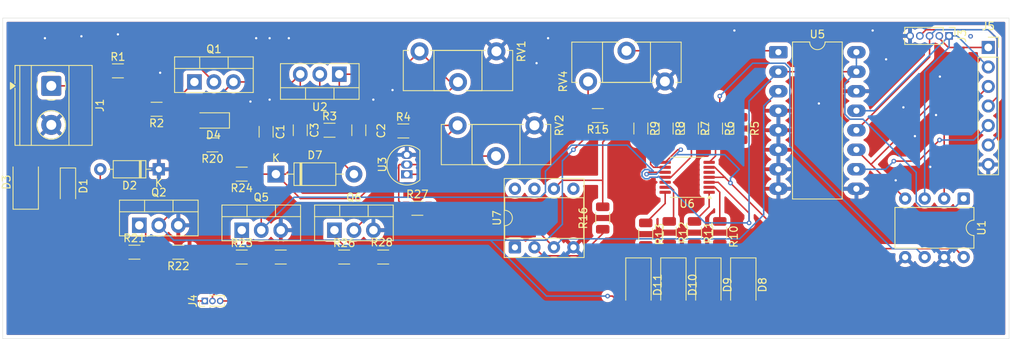
<source format=kicad_pcb>
(kicad_pcb (version 20241229) (generator "pcbnew") (generator_version "9.0")
  (layers (0 "F.Cu" signal) (2 "B.Cu" signal) (13 "F.Paste" user) (15 "B.Paste" user) (5 "F.SilkS" user "F.Silkscreen") (7 "B.SilkS" user "B.Silkscreen") (1 "F.Mask" user) (3 "B.Mask" user) (25 "Edge.Cuts" user))
  (net 0 "")
  (net 1 "+12V")
  (net 2 "GND")
  (net 3 "/Vref-")
  (net 4 "+5V")
  (net 5 "Net-(D1-A)")
  (net 6 "Net-(D1-K)")
  (net 7 "Net-(D4-A)")
  (net 8 "+12V_c")
  (net 9 "Net-(D8-K)")
  (net 10 "Net-(D9-K)")
  (net 11 "Net-(D10-K)")
  (net 12 "Net-(D11-K)")
  (net 13 "Net-(J1-Pin_1)")
  (net 14 "SCK")
  (net 15 "SDO")
  (net 16 "CS1")
  (net 17 "MOSFET_2.5V")
  (net 18 "CS2")
  (net 19 "SDI")
  (net 20 "CS3")
  (net 21 "MOSFET_5V")
  (net 22 "MOSFET_12V")
  (net 23 "Net-(Q2-G)")
  (net 24 "+5V_c")
  (net 25 "Net-(Q5-G)")
  (net 26 "Net-(Q6-G)")
  (net 27 "+2.5_c")
  (net 28 "+2.5V")
  (net 29 "+2.5_F")
  (net 30 "Net-(U6A-+)")
  (net 31 "Net-(U6B-+)")
  (net 32 "Net-(U6C-+)")
  (net 33 "Net-(U6D-+)")
  (net 34 "Net-(R10-Pad1)")
  (net 35 "Net-(R11-Pad1)")
  (net 36 "Net-(R12-Pad1)")
  (net 37 "Net-(R13-Pad1)")
  (net 38 "Net-(R15-Pad2)")
  (net 39 "Net-(U7--)")
  (net 40 "Net-(U3-FB)")
  (net 41 "/3V")
  (net 42 "Vsel")
  (footprint "Package_TO_SOT_THT:TO-220-3_Vertical" (layer "F.Cu") (at 71.12 75.24)
    (property "Reference" "Q5")
    (property "Value" "IRF540N")
  )
  (footprint "Connector_PinHeader_1.00mm:PinHeader_1x03_P1.00mm_Vertical" (layer "F.Cu") (at 66.31 84.455 90)
    (property "Reference" "J4")
    (property "Value" "Conn_01x03")
  )
  (footprint "Resistor_SMD:R_1206_3216Metric" (layer "F.Cu") (at 133.35 75.565 -90)
    (property "Reference" "R10")
    (property "Value" "6.8k")
  )
  (footprint "Potentiometer_THT:Potentiometer_ACP_CA14-H4_Horizontal" (layer "F.Cu") (at 109.22 61.595 -90)
    (property "Reference" "RV2")
    (property "Value" "10k")
  )
  (footprint "Package_TO_SOT_THT:TO-92L_Inline" (layer "F.Cu") (at 92.605 67.97 90)
    (property "Reference" "U3")
    (property "Value" "LT1009xZ")
  )
  (footprint "Package_TO_SOT_THT:TO-220-3_Vertical" (layer "F.Cu") (at 83.82 54.935 180)
    (property "Reference" "U2")
    (property "Value" "LM317_TO-220")
  )
  (footprint "Diode_SMD:D_SMA" (layer "F.Cu") (at 122.76 82.3575 -90)
    (property "Reference" "D11")
    (property "Value" "LED")
  )
  (footprint "Resistor_SMD:R_1206_3216Metric" (layer "F.Cu") (at 130.06 75.565 -90)
    (property "Reference" "R11")
    (property "Value" "6.8k")
  )
  (footprint "TerminalBlock_Phoenix:TerminalBlock_Phoenix_MKDS-1,5-2-5.08_1x02_P5.08mm_Horizontal" (layer "F.Cu") (at 46.3275 56.455 -90)
    (property "Reference" "J1")
    (property "Value" "Conn_01x02_Pin")
  )
  (footprint "Connector_PinSocket_2.54mm:PinSocket_1x07_P2.54mm_Vertical" (layer "F.Cu") (at 168.3 51.455)
    (property "Reference" "J5")
    (property "Value" "Conn_01x07")
  )
  (footprint "Resistor_SMD:R_1206_3216Metric" (layer "F.Cu") (at 126.77 75.565 -90)
    (property "Reference" "R12")
    (property "Value" "6.8k")
  )
  (footprint "Diode_SMD:D_SMA" (layer "F.Cu") (at 43 69 90)
    (property "Reference" "D3")
    (property "Value" "LED")
  )
  (footprint "Resistor_SMD:R_1206_3216Metric" (layer "F.Cu") (at 126.365 62.0075 -90)
    (property "Reference" "R8")
    (property "Value" "10k")
  )
  (footprint "Resistor_SMD:R_1206_3216Metric" (layer "F.Cu") (at 84.455 78.74)
    (property "Reference" "R26")
    (property "Value" "100")
  )
  (footprint "Diode_SMD:D_SMA" (layer "F.Cu") (at 136.41 82.3575 -90)
    (property "Reference" "D8")
    (property "Value" "LED")
  )
  (footprint "Package_TO_SOT_THT:TO-220-3_Vertical" (layer "F.Cu") (at 57.785 74.605)
    (property "Reference" "Q2")
    (property "Value" "IRF540N")
  )
  (footprint "Resistor_SMD:R_1206_3216Metric" (layer "F.Cu") (at 62.865 78.105 180)
    (property "Reference" "R22")
    (property "Value" "10k")
  )
  (footprint "Resistor_SMD:R_1206_3216Metric" (layer "F.Cu") (at 117.475 60.325 180)
    (property "Reference" "R15")
    (property "Value" "10k")
  )
  (footprint "Capacitor_SMD:C_1206_3216Metric" (layer "F.Cu") (at 86.36 62.23 -90)
    (property "Reference" "C2")
    (property "Value" "10uF")
  )
  (footprint "Resistor_SMD:R_1206_3216Metric" (layer "F.Cu") (at 123.71 75.7575 -90)
    (property "Reference" "R13")
    (property "Value" "6.8k")
  )
  (footprint "Resistor_SMD:R_1206_3216Metric" (layer "F.Cu") (at 129.655 62.0075 -90)
    (property "Reference" "R7")
    (property "Value" "10k")
  )
  (footprint "Package_DIP:DIP-16_W10.16mm_LongPads" (layer "F.Cu") (at 140.975 52.07)
    (property "Reference" "U5")
    (property "Value" "MCP3008")
  )
  (footprint "Resistor_SMD:R_1206_3216Metric" (layer "F.Cu") (at 123.075 62.0075 -90)
    (property "Reference" "R9")
    (property "Value" "10k")
  )
  (footprint "Resistor_SMD:R_1206_3216Metric" (layer "F.Cu") (at 132.7975 62.0075 -90)
    (property "Reference" "R6")
    (property "Value" "10k")
  )
  (footprint "Connector_PinHeader_1.27mm:PinHeader_1x05_P1.27mm_Vertical" (layer "F.Cu") (at 163.2 49.95 -90)
    (property "Reference" "J3")
    (property "Value" "Conn_01x05")
  )
  (footprint "Package_DIP:DIP-8_W7.62mm_Socket" (layer "F.Cu") (at 106.68 77.47 90)
    (property "Reference" "U7")
    (property "Value" "OP07")
  )
  (footprint "Diode_THT:D_DO-35_SOD27_P7.62mm_Horizontal" (layer "F.Cu") (at 60.325 67.31 180)
    (property "Reference" "D2")
    (property "Value" "1N4148W")
  )
  (footprint "Resistor_SMD:R_1206_3216Metric" (layer "F.Cu") (at 76.2 78.74 180)
    (property "Reference" "R25" (hide yes))
    (property "Value" "10k")
  )
  (footprint "Package_TO_SOT_THT:TO-220-3_Vertical" (layer "F.Cu") (at 83.185 75.24)
    (property "Reference" "Q6")
    (property "Value" "IRF540N")
  )
  (footprint "Resistor_SMD:R_1206_3216Metric" (layer "F.Cu") (at 93.98 72.39)
    (property "Reference" "R27")
    (property "Value" "470")
  )
  (footprint "Diode_SMD:D_SOD-123" (layer "F.Cu") (at 48.5 69.5 -90)
    (property "Reference" "D1")
    (property "Value" "1N4148W")
  )
  (footprint "Package_SO:TSSOP-14_4.4x5mm_P0.65mm" (layer "F.Cu") (at 129.1025 68.3575 180)
    (property "Reference" "U6")
    (property "Value" "LM339")
  )
  (footprint "Resistor_SMD:R_1206_3216Metric" (layer "F.Cu") (at 55 54.5)
    (property "Reference" "R1")
    (property "Value" "2.2k")
  )
  (footprint "Resistor_SMD:R_1206_3216Metric" (layer "F.Cu") (at 82.55 62.23)
    (property "Reference" "R3")
    (property "Value" "240")
  )
  (footprint "Resistor_SMD:R_1206_3216Metric" (layer "F.Cu") (at 136.0875 62.0075 -90)
    (property "Reference" "R5")
    (property "Value" "10k")
  )
  (footprint "Potentiometer_THT:Potentiometer_ACP_CA14-H4_Horizontal" (layer "F.Cu") (at 116.205 55.88 90)
    (property "Reference" "RV4")
    (property "Value" "10k")
  )
  (footprint "Resistor_SMD:R_1206_3216Metric" (layer "F.Cu") (at 60.0375 59.5 180)
    (property "Reference" "R2")
    (property "Value" "22k")
  )
  (footprint "Capacitor_SMD:C_1206_3216Metric" (layer "F.Cu") (at 74.295 62.435 -90)
    (property "Reference" "C1")
    (property "Value" "0.1uF")
  )
  (footprint "Resistor_SMD:R_1206_3216Metric" (layer "F.Cu") (at 89.535 78.74 180)
    (property "Reference" "R28")
    (property "Value" "10k")
  )
  (footprint "Capacitor_SMD:C_1206_3216Metric" (layer "F.Cu") (at 78.74 62.23 -90)
    (property "Reference" "C3")
    (property "Value" "1uF")
  )
  (footprint "Resistor_SMD:R_1206_3216Metric" (layer "F.Cu") (at 92.155 62.325)
    (property "Reference" "R4")
    (property "Value" "3.6k")
  )
  (footprint "Package_DIP:DIP-8_W7.62mm" (layer "F.Cu") (at 165.1 71.125 -90)
    (property "Reference" "U1")
    (property "Value" "MCP4921-EP")
  )
  (footprint "Diode_THT:D_DO-41_SOD81_P10.16mm_Horizontal" (layer "F.Cu") (at 75.565 67.945)
    (property "Reference" "D7")
    (property "Value" "1N4002")
  )
  (footprint "Resistor_SMD:R_1206_3216Metric" (layer "F.Cu") (at 71.12 67.945 180)
    (property "Reference" "R24")
    (property "Value" "470")
  )
  (footprint "Diode_SMD:D_SMA" (layer "F.Cu") (at 131.86 82.3575 -90)
    (property "Reference" "D9")
    (property "Value" "LED")
  )
  (footprint "Resistor_SMD:R_1206_3216Metric" (layer "F.Cu") (at 57.15 78.105)
    (property "Reference" "R21")
    (property "Value" "100")
  )
  (footprint "Package_TO_SOT_THT:TO-220-3_Vertical" (layer "F.Cu") (at 64.96 55.945)
    (property "Reference" "Q1")
    (property "Value" "IRF9540N")
  )
  (footprint "Resistor_SMD:R_1206_3216Metric" (layer "F.Cu") (at 71.12 78.74)
    (property "Reference" "R23")
    (property "Value" "100")
  )
  (footprint "Diode_SMD:D_SOD-123F" (layer "F.Cu") (at 67.31 60.96 180)
    (property "Reference" "D4")
    (property "Value" "1N4741ATR")
  )
  (footprint "Diode_SMD:D_SMA" (layer "F.Cu") (at 127.31 82.3575 -90)
    (property "Reference" "D10")
    (property "Value" "LED")
  )
  (footprint "Resistor_SMD:R_1206_3216Metric" (layer "F.Cu") (at 67.31 64.135 180)
    (property "Reference" "R20")
    (property "Value" "470")
  )
  (footprint "Resistor_SMD:R_1206_3216Metric" (layer "F.Cu") (at 118.11 73.66 90)
    (property "Reference" "R16")
    (property "Value" "2.2k")
  )
  (footprint "Potentiometer_THT:Potentiometer_ACP_CA14-H4_Horizontal" (layer "F.Cu") (at 104.27 51.96 -90)
    (property "Reference" "RV1")
    (property "Value" "1k")
  )
  (gr_rect (start 40.005 47.625) (end 171.005 89.375) (stroke (width 0.05)) (fill no) (layer "Edge.Cuts"))
  (via (at 166 50) (size 0.6) (drill 0.3) (layers "F.Cu" "B.Cu") (net 0))
  (segment (start 78.74 57.15) (end 78.74 54.935) (width 0.2) (layer "F.Cu") (net 1))
  (segment (start 68.71 61.09) (end 68.7725 61.1525) (width 0.2) (layer "F.Cu") (net 1))
  (segment (start 77.73 55.945) (end 78.74 54.935) (width 0.2) (layer "F.Cu") (net 1))
  (segment (start 68.7725 61.1525) (end 68.7725 64.135) (width 0.2) (layer "F.Cu") (net 1))
  (segment (start 68.71 57.275) (end 70.04 55.945) (width 0.2) (layer "F.Cu") (net 1))
  (segment (start 68.71 60.96) (end 68.71 57.275) (width 0.2) (layer "F.Cu") (net 1))
  (segment (start 68.71 60.96) (end 74.93 60.96) (width 0.2) (layer "F.Cu") (net 1))
  (segment (start 70.04 55.945) (end 77.73 55.945) (width 0.2) (layer "F.Cu") (net 1))
  (segment (start 68.71 60.96) (end 68.71 61.09) (width 0.2) (layer "F.Cu") (net 1))
  (segment (start 74.93 60.96) (end 78.74 57.15) (width 0.2) (layer "F.Cu") (net 1))
  (segment (start 156.25 60) (end 156.5 60) (width 0.2) (layer "F.Cu") (net 2))
  (segment (start 158 64) (end 158 63.75) (width 0.2) (layer "F.Cu") (net 2))
  (segment (start 156.5 60) (end 157.25 59.25) (width 0.2) (layer "F.Cu") (net 2))
  (segment (start 158.75 63) (end 158 63.75) (width 0.2) (layer "F.Cu") (net 2))
  (via (at 155 53) (size 0.6) (drill 0.3) (layers "F.Cu" "B.Cu") (net 2))
  (via (at 74.75 58.25) (size 0.6) (drill 0.3) (layers "F.Cu" "B.Cu") (net 2))
  (via (at 162 55.25) (size 0.6) (drill 0.3) (layers "F.Cu" "B.Cu") (net 2))
  (via (at 74.75 50.25) (size 0.6) (drill 0.3) (layers "F.Cu" "B.Cu") (net 2))
  (via (at 135.25 49.25) (size 0.6) (drill 0.3) (layers "F.Cu" "B.Cu") (net 2))
  (via (at 88.25 58.25) (size 0.6) (drill 0.3) (layers "F.Cu" "B.Cu") (net 2))
  (via (at 157.25 59.25) (size 0.6) (drill 0.3) (layers "F.Cu" "B.Cu") (net 2))
  (via (at 158.75 63) (size 0.6) (drill 0.3) (layers "F.Cu" "B.Cu") (net 2))
  (via (at 73 50.25) (size 0.6) (drill 0.3) (layers "F.Cu" "B.Cu") (net 2))
  (via (at 146.25 58.75) (size 0.6) (drill 0.3) (layers "F.Cu" "B.Cu") (net 2))
  (via (at 60.5 54.75) (size 0.6) (drill 0.3) (layers "F.Cu" "B.Cu") (net 2))
  (via (at 153.25 49.25) (size 0.6) (drill 0.3) (layers "F.Cu" "B.Cu") (net 2))
  (via (at 90.75 57) (size 0.6) (drill 0.3) (layers "F.Cu" "B.Cu") (net 2))
  (via (at 72.25 58.5) (size 0.6) (drill 0.3) (layers "F.Cu" "B.Cu") (net 2))
  (via (at 109.5 53.5) (size 0.6) (drill 0.3) (layers "F.Cu" "B.Cu") (net 2))
  (via (at 50.25 50) (size 0.6) (drill 0.3) (layers "F.Cu" "B.Cu") (net 2))
  (via (at 45.5 50.25) (size 0.6) (drill 0.3) (layers "F.Cu" "B.Cu") (net 2))
  (via (at 160.75 67) (size 0.6) (drill 0.3) (layers "F.Cu" "B.Cu") (net 2))
  (via (at 55 49.75) (size 0.6) (drill 0.3) (layers "F.Cu" "B.Cu") (net 2))
  (via (at 77.25 50.25) (size 0.6) (drill 0.3) (layers "F.Cu" "B.Cu") (net 2))
  (via (at 111 50.25) (size 0.6) (drill 0.3) (layers "F.Cu" "B.Cu") (net 2))
  (via (at 161.5 60.25) (size 0.6) (drill 0.3) (layers "F.Cu" "B.Cu") (net 2))
  (via (at 156.25 68.75) (size 0.6) (drill 0.3) (layers "F.Cu" "B.Cu") (net 2))
  (segment (start 84.0125 66.2325) (end 84.0125 62.23) (width 0.2) (layer "F.Cu") (net 3))
  (segment (start 91.295 54.935) (end 83.82 54.935) (width 0.2) (layer "F.Cu") (net 3))
  (segment (start 94.27 51.96) (end 91.295 54.935) (width 0.2) (layer "F.Cu") (net 3))
  (segment (start 92.915 60.755) (end 93.835 59.835) (width 0.2) (layer "F.Cu") (net 3))
  (segment (start 95.395 59.835) (end 99.27 55.96) (width 0.2) (layer "F.Cu") (net 3))
  (segment (start 85.725 67.945) (end 84.0125 66.2325) (width 0.2) (layer "F.Cu") (net 3))
  (segment (start 98.27 55.96) (end 99.27 55.96) (width 0.2) (layer "F.Cu") (net 3))
  (segment (start 93.835 59.835) (end 95.395 59.835) (width 0.2) (layer "F.Cu") (net 3))
  (segment (start 86.36 60.755) (end 84.885 62.23) (width 0.2) (layer "F.Cu") (net 3))
  (segment (start 86.36 60.755) (end 83.82 58.215) (width 0.2) (layer "F.Cu") (net 3))
  (segment (start 86.36 60.755) (end 92.915 60.755) (width 0.2) (layer "F.Cu") (net 3))
  (segment (start 83.82 58.215) (end 83.82 54.935) (width 0.2) (layer "F.Cu") (net 3))
  (segment (start 94.27 51.96) (end 98.27 55.96) (width 0.2) (layer "F.Cu") (net 3))
  (segment (start 84.885 62.23) (end 84.0125 62.23) (width 0.2) (layer "F.Cu") (net 3))
  (segment (start 78.74 71.12) (end 75.565 67.945) (width 0.2) (layer "F.Cu") (net 4))
  (segment (start 86.36 71.12) (end 78.74 71.12) (width 0.2) (layer "F.Cu") (net 4))
  (segment (start 81.28 58.215) (end 78.74 60.755) (width 0.2) (layer "F.Cu") (net 4))
  (segment (start 78.74 60.755) (end 79.6125 60.755) (width 0.2) (layer "F.Cu") (net 4))
  (segment (start 76.865 67.945) (end 81.0875 63.7225) (width 0.2) (layer "F.Cu") (net 4))
  (segment (start 81.0875 63.7225) (end 81.0875 62.23) (width 0.2) (layer "F.Cu") (net 4))
  (segment (start 75.565 67.945) (end 76.865 67.945) (width 0.2) (layer "F.Cu") (net 4))
  (segment (start 79.6125 60.755) (end 81.0875 62.23) (width 0.2) (layer "F.Cu") (net 4))
  (segment (start 90.6925 62.325) (end 90.6925 66.7875) (width 0.2) (layer "F.Cu") (net 4))
  (segment (start 90.6925 66.7875) (end 86.36 71.12) (width 0.2) (layer "F.Cu") (net 4))
  (segment (start 75.565 67.945) (end 72.5825 67.945) (width 0.2) (layer "F.Cu") (net 4))
  (segment (start 81.28 54.935) (end 81.28 58.215) (width 0.2) (layer "F.Cu") (net 4))
  (segment (start 52.705 71.12) (end 52.705 67.31) (width 0.2) (layer "F.Cu") (net 5))
  (segment (start 52.675 71.15) (end 52.705 71.12) (width 0.2) (layer "F.Cu") (net 5))
  (segment (start 48.35 71) (end 48.5 71.15) (width 0.2) (layer "F.Cu") (net 5))
  (segment (start 43 71) (end 48.35 71) (width 0.2) (layer "F.Cu") (net 5))
  (segment (start 48.5 71.15) (end 52.675 71.15) (width 0.2) (layer "F.Cu") (net 5))
  (segment (start 48.5 64.53) (end 56.4625 56.5675) (width 0.2) (layer "F.Cu") (net 6))
  (segment (start 56.4625 56.5675) (end 56.4625 54.5) (width 0.2) (layer "F.Cu") (net 6))
  (segment (start 48.5 67.85) (end 48.5 64.53) (width 0.2) (layer "F.Cu") (net 6))
  (segment (start 65.91 60.96) (end 62.96 60.96) (width 0.2) (layer "F.Cu") (net 7))
  (segment (start 62.96 60.96) (end 61.5 59.5) (width 0.2) (layer "F.Cu") (net 7))
  (segment (start 61.5 59.5) (end 61.5 59.405) (width 0.2) (layer "F.Cu") (net 7))
  (segment (start 61.5 59.405) (end 64.96 55.945) (width 0.2) (layer "F.Cu") (net 7))
  (segment (start 118.745 60.325) (end 114.3 64.77) (width 0.2) (layer "F.Cu") (net 8))
  (segment (start 136.41 84.3575) (end 122.76 84.3575) (width 0.2) (layer "F.Cu") (net 8))
  (segment (start 118.745 83.82) (end 119.38 83.82) (width 0.2) (layer "F.Cu") (net 8))
  (segment (start 118.9375 60.325) (end 118.9375 61.25) (width 0.2) (layer "F.Cu") (net 8))
  (segment (start 119.9175 84.3575) (end 122.76 84.3575) (width 0.2) (layer "F.Cu") (net 8))
  (segment (start 65.8475 64.135) (end 65.8475 69.0825) (width 0.2) (layer "F.Cu") (net 8))
  (segment (start 60.325 74.855) (end 60.325 74.605) (width 0.2) (layer "F.Cu") (net 8))
  (segment (start 119.38 83.82) (end 119.9175 84.3575) (width 0.2) (layer "F.Cu") (net 8))
  (segment (start 118.9375 60.325) (end 118.745 60.325) (width 0.2) (layer "F.Cu") (net 8))
  (segment (start 65.8475 69.0825) (end 60.325 74.605) (width 0.2) (layer "F.Cu") (net 8))
  (via (at 118.745 83.82) (size 0.6) (drill 0.3) (layers "F.Cu" "B.Cu") (net 8))
  (via (at 114.3 64.77) (size 0.6) (drill 0.3) (layers "F.Cu" "B.Cu") (net 8))
  (segment (start 110.784 83.82) (end 118.745 83.82) (width 0.2) (layer "B.Cu") (net 8))
  (segment (start 103.505 76.541) (end 110.784 76.541) (width 0.2) (layer "B.Cu") (net 8))
  (segment (start 114.3 64.77) (end 112.861 66.209) (width 0.2) (layer "B.Cu") (net 8))
  (segment (start 112.861 66.209) (end 112.861 74.464) (width 0.2) (layer "B.Cu") (net 8))
  (segment (start 103.505 76.541) (end 110.784 83.82) (width 0.2) (layer "B.Cu") (net 8))
  (segment (start 60.325 74.605) (end 62.261 76.541) (width 0.2) (layer "B.Cu") (net 8))
  (segment (start 112.861 74.464) (end 110.784 76.541) (width 0.2) (layer "B.Cu") (net 8))
  (segment (start 62.261 76.541) (end 103.505 76.541) (width 0.2) (layer "B.Cu") (net 8))
  (segment (start 133.35 77.0275) (end 136.41 80.0875) (width 0.2) (layer "F.Cu") (net 9))
  (segment (start 136.41 80.0875) (end 136.41 80.3575) (width 0.2) (layer "F.Cu") (net 9))
  (segment (start 131.86 78.8275) (end 130.06 77.0275) (width 0.2) (layer "F.Cu") (net 10))
  (segment (start 131.86 80.3575) (end 131.86 78.8275) (width 0.2) (layer "F.Cu") (net 10))
  (segment (start 127.31 77.5675) (end 126.77 77.0275) (width 0.2) (layer "F.Cu") (net 11))
  (segment (start 127.31 80.3575) (end 127.31 77.5675) (width 0.2) (layer "F.Cu") (net 11))
  (segment (start 122.76 78.17) (end 122.76 80.3575) (width 0.2) (layer "F.Cu") (net 12))
  (segment (start 123.71 77.22) (end 122.76 78.17) (width 0.2) (layer "F.Cu") (net 12))
  (segment (start 53.5375 54.5) (end 51.5825 56.455) (width 0.2) (layer "F.Cu") (net 13))
  (segment (start 67.5 55.945) (end 64.879 53.324) (width 0.2) (layer "F.Cu") (net 13))
  (segment (start 64.879 53.324) (end 54.7135 53.324) (width 0.2) (layer "F.Cu") (net 13))
  (segment (start 51.5825 56.455) (end 46.3275 56.455) (width 0.2) (layer "F.Cu") (net 13))
  (segment (start 54.7135 53.324) (end 53.5375 54.5) (width 0.2) (layer "F.Cu") (net 13))
  (segment (start 163.2 49.95) (end 153.46 59.69) (width 0.2) (layer "B.Cu") (net 14))
  (segment (start 163.2 49.95) (end 164.255 49.95) (width 0.2) (layer "B.Cu") (net 14))
  (segment (start 163.2 51.43) (end 160.02 54.61) (width 0.2) (layer "B.Cu") (net 14))
  (segment (start 164.255 49.95) (end 168.3 53.995) (width 0.2) (layer "B.Cu") (net 14))
  (segment (start 153.46 59.69) (end 151.135 59.69) (width 0.2) (layer "B.Cu") (net 14))
  (segment (start 163.2 49.95) (end 163.2 51.43) (width 0.2) (layer "B.Cu") (net 14))
  (segment (start 160.02 54.61) (end 160.02 71.125) (width 0.2) (layer "B.Cu") (net 14))
  (segment (start 160.66 52.705) (end 160.66 49.95) (width 0.2) (layer "F.Cu") (net 15))
  (segment (start 151.135 62.23) (end 160.66 52.705) (width 0.2) (layer "F.Cu") (net 15))
  (segment (start 169.451 63.004) (end 168.3 64.155) (width 0.2) (layer "B.Cu") (net 15))
  (segment (start 160.66 49.95) (end 161.461 49.149) (width 0.2) (layer "B.Cu") (net 15))
  (segment (start 161.461 49.149) (end 168.296 49.149) (width 0.2) (layer "B.Cu") (net 15))
  (segment (start 168.296 49.149) (end 169.451 50.304) (width 0.2) (layer "B.Cu") (net 15))
  (segment (start 169.451 50.304) (end 169.451 63.004) (width 0.2) (layer "B.Cu") (net 15))
  (segment (start 162.56 71.125) (end 162.56 62.275) (width 0.2) (layer "F.Cu") (net 16))
  (segment (start 162.56 62.275) (end 168.3 56.535) (width 0.2) (layer "F.Cu") (net 16))
  (segment (start 77.2775 84.455) (end 82.9925 78.74) (width 0.2) (layer "F.Cu") (net 17))
  (segment (start 68.31 84.455) (end 77.2775 84.455) (width 0.2) (layer "F.Cu") (net 17))
  (segment (start 160.191 49.149) (end 159.39 49.95) (width 0.2) (layer "F.Cu") (net 18))
  (segment (start 168.3 59.075) (end 169.451 57.924) (width 0.2) (layer "F.Cu") (net 18))
  (segment (start 169.451 50.304) (end 168.296 49.149) (width 0.2) (layer "F.Cu") (net 18))
  (segment (start 168.296 49.149) (end 160.191 49.149) (width 0.2) (layer "F.Cu") (net 18))
  (segment (start 169.451 57.924) (end 169.451 50.304) (width 0.2) (layer "F.Cu") (net 18))
  (segment (start 151.135 64.78) (end 151.135 64.77) (width 0.2) (layer "F.Cu") (net 19))
  (segment (start 153.0325 66.6775) (end 151.135 64.78) (width 0.2) (layer "F.Cu") (net 19))
  (segment (start 163.103 51.455) (end 165.1 51.455) (width 0.2) (layer "F.Cu") (net 19))
  (segment (start 165.1 54.61) (end 153.0325 66.6775) (width 0.2) (layer "F.Cu") (net 19))
  (segment (start 157.48 71.125) (end 153.0325 66.6775) (width 0.2) (layer "F.Cu") (net 19))
  (segment (start 165.1 51.455) (end 168.3 51.455) (width 0.2) (layer "F.Cu") (net 19))
  (segment (start 161.93 49.95) (end 161.93 50.282) (width 0.2) (layer "F.Cu") (net 19))
  (segment (start 161.93 50.282) (end 163.103 51.455) (width 0.2) (layer "F.Cu") (net 19))
  (segment (start 165.1 51.455) (end 165.1 54.61) (width 0.2) (layer "F.Cu") (net 19))
  (segment (start 159.21 66.25) (end 156 66.25) (width 0.2) (layer "F.Cu") (net 20))
  (segment (start 161.96 63.5) (end 159.21 66.25) (width 0.2) (layer "F.Cu") (net 20))
  (via (at 161.96 63.5) (size 0.6) (drill 0.3) (layers "F.Cu" "B.Cu") (net 20))
  (via (at 156 66.25) (size 0.6) (drill 0.3) (layers "F.Cu" "B.Cu") (net 20))
  (segment (start 168.3 61.615) (end 166.415 63.5) (width 0.2) (layer "B.Cu") (net 20))
  (segment (start 156 66.25) (end 154.94 67.31) (width 0.2) (layer "B.Cu") (net 20))
  (segment (start 166.415 63.5) (end 161.96 63.5) (width 0.2) (layer "B.Cu") (net 20))
  (segment (start 154.94 67.31) (end 151.135 67.31) (width 0.2) (layer "B.Cu") (net 20))
  (segment (start 67.31 83.82) (end 69.6575 81.4725) (width 0.2) (layer "F.Cu") (net 21))
  (segment (start 69.6575 81.4725) (end 69.6575 78.74) (width 0.2) (layer "F.Cu") (net 21))
  (segment (start 67.31 84.455) (end 67.31 83.82) (width 0.2) (layer "F.Cu") (net 21))
  (segment (start 62.0375 84.455) (end 55.6875 78.105) (width 0.2) (layer "F.Cu") (net 22))
  (segment (start 66.31 84.455) (end 62.0375 84.455) (width 0.2) (layer "F.Cu") (net 22))
  (segment (start 58.6125 75.4325) (end 57.785 74.605) (width 0.2) (layer "F.Cu") (net 23))
  (segment (start 58.6125 78.105) (end 61.4025 78.105) (width 0.2) (layer "F.Cu") (net 23))
  (segment (start 58.6125 78.105) (end 58.6125 75.4325) (width 0.2) (layer "F.Cu") (net 23))
  (segment (start 73.66 71.9475) (end 69.6575 67.945) (width 0.2) (layer "F.Cu") (net 24))
  (segment (start 151.135 54.61) (end 140.975 54.61) (width 0.2) (layer "F.Cu") (net 24))
  (segment (start 133.1425 69.0075) (end 137.16 73.025) (width 0.2) (layer "F.Cu") (net 24))
  (segment (start 73.66 75.24) (end 73.66 71.9475) (width 0.2) (layer "F.Cu") (net 24))
  (segment (start 137.16 73.025) (end 137.16 74.295) (width 0.2) (layer "F.Cu") (net 24))
  (segment (start 131.965 69.0075) (end 133.1425 69.0075) (width 0.2) (layer "F.Cu") (net 24))
  (via (at 137.16 74.295) (size 0.6) (drill 0.3) (layers "F.Cu" "B.Cu") (net 24))
  (segment (start 150.278951 60.791) (end 149.634 60.146049) (width 0.2) (layer "B.Cu") (net 24))
  (segment (start 159.56395 72.226) (end 158.919 71.58105) (width 0.2) (layer "B.Cu") (net 24))
  (segment (start 123.576057 68.546) (end 123.224 68.193943) (width 0.2) (layer "B.Cu") (net 24))
  (segment (start 158.919 71.58105) (end 158.919 67.718951) (width 0.2) (layer "B.Cu") (net 24))
  (segment (start 125.37855 68.22855) (end 125.2611 68.346) (width 0.2) (layer "B.Cu") (net 24))
  (segment (start 110.659 67.561057) (end 110.659 70.30605) (width 0.2) (layer "B.Cu") (net 24))
  (segment (start 124.694 67.544) (end 121.319 64.169) (width 0.2) (layer "B.Cu") (net 24))
  (segment (start 149.634 56.111) (end 151.135 54.61) (width 0.2) (layer "B.Cu") (net 24))
  (segment (start 77.949 70.951) (end 73.66 75.24) (width 0.2) (layer "B.Cu") (net 24))
  (segment (start 124.273943 67.544) (end 124.6261 67.544) (width 0.2) (layer "B.Cu") (net 24))
  (segment (start 123.224 68.193943) (end 123.224 67.696057) (width 0.2) (layer "B.Cu") (net 24))
  (segment (start 121.319 64.169) (end 114.051057 64.169) (width 0.2) (layer "B.Cu") (net 24))
  (segment (start 124.273943 68.346) (end 124.073943 68.546) (width 0.2) (layer "B.Cu") (net 24))
  (segment (start 114.051057 64.169) (end 110.659 67.561057) (width 0.2) (layer "B.Cu") (net 24))
  (segment (start 158.919 67.718951) (end 151.991049 60.791) (width 0.2) (layer "B.Cu") (net 24))
  (segment (start 124.6261 67.544) (end 124.694 67.544) (width 0.2) (layer "B.Cu") (net 24))
  (segment (start 124.6261 68.346) (end 124.273943 68.346) (width 0.2) (layer "B.Cu") (net 24))
  (segment (start 163.999 72.226) (end 159.56395 72.226) (width 0.2) (layer "B.Cu") (net 24))
  (segment (start 123.576057 67.344) (end 124.073943 67.344) (width 0.2) (layer "B.Cu") (net 24))
  (segment (start 137.16 58.425) (end 140.975 54.61) (width 0.2) (layer "B.Cu") (net 24))
  (segment (start 110.659 70.30605) (end 110.01405 70.951) (width 0.2) (layer "B.Cu") (net 24))
  (segment (start 123.224 67.696057) (end 123.576057 67.344) (width 0.2) (layer "B.Cu") (net 24))
  (segment (start 125.2611 68.346) (end 124.9289 68.346) (width 0.2) (layer "B.Cu") (net 24))
  (segment (start 137.16 74.295) (end 137.16 58.425) (width 0.2) (layer "B.Cu") (net 24))
  (segment (start 149.634 60.146049) (end 149.634 56.111) (width 0.2) (layer "B.Cu") (net 24))
  (segment (start 124.073943 67.344) (end 124.273943 67.544) (width 0.2) (layer "B.Cu") (net 24))
  (segment (start 131.445 74.295) (end 125.37855 68.22855) (width 0.2) (layer "B.Cu") (net 24))
  (segment (start 137.16 74.295) (end 131.445 74.295) (width 0.2) (layer "B.Cu") (net 24))
  (segment (start 151.991049 60.791) (end 150.278951 60.791) (width 0.2) (layer "B.Cu") (net 24))
  (segment (start 151.135 52.07) (end 151.135 54.61) (width 0.2) (layer "B.Cu") (net 24))
  (segment (start 124.073943 68.546) (end 123.576057 68.546) (width 0.2) (layer "B.Cu") (net 24))
  (segment (start 124.9289 68.346) (end 124.6261 68.346) (width 0.2) (layer "B.Cu") (net 24))
  (segment (start 165.1 71.125) (end 163.999 72.226) (width 0.2) (layer "B.Cu") (net 24))
  (segment (start 110.01405 70.951) (end 77.949 70.951) (width 0.2) (layer "B.Cu") (net 24))
  (segment (start 71.12 77.2775) (end 72.5825 78.74) (width 0.2) (layer "F.Cu") (net 25))
  (segment (start 71.12 75.24) (end 71.12 77.2775) (width 0.2) (layer "F.Cu") (net 25))
  (segment (start 74.7375 78.74) (end 72.5825 78.74) (width 0.2) (layer "F.Cu") (net 25))
  (segment (start 83.185 76.0075) (end 83.185 75.24) (width 0.2) (layer "F.Cu") (net 26))
  (segment (start 85.9175 78.74) (end 88.0725 78.74) (width 0.2) (layer "F.Cu") (net 26))
  (segment (start 85.9175 78.74) (end 83.185 76.0075) (width 0.2) (layer "F.Cu") (net 26))
  (segment (start 82.9925 75.4325) (end 83.185 75.24) (width 0.2) (layer "F.Cu") (net 26))
  (segment (start 94.2665 73.566) (end 87.399 73.566) (width 0.2) (layer "F.Cu") (net 27))
  (segment (start 87.399 73.566) (end 85.725 75.24) (width 0.2) (layer "F.Cu") (net 27))
  (segment (start 106.68 72.39) (end 111.76 77.47) (width 0.2) (layer "F.Cu") (net 27))
  (segment (start 95.4425 72.39) (end 94.2665 73.566) (width 0.2) (layer "F.Cu") (net 27))
  (segment (start 95.4425 72.39) (end 106.68 72.39) (width 0.2) (layer "F.Cu") (net 27))
  (segment (start 140.975 57.15) (end 139.065 59.06) (width 0.2) (layer "B.Cu") (net 27))
  (segment (start 139.065 59.06) (end 139.065 73.239943) (width 0.2) (layer "B.Cu") (net 27))
  (segment (start 139.065 73.239943) (end 135.935943 76.369) (width 0.2) (layer "B.Cu") (net 27))
  (segment (start 112.861 76.369) (end 111.76 77.47) (width 0.2) (layer "B.Cu") (net 27))
  (segment (start 135.935943 76.369) (end 112.861 76.369) (width 0.2) (layer "B.Cu") (net 27))
  (segment (start 93.6175 62.325) (end 94.3475 61.595) (width 0.2) (layer "F.Cu") (net 28))
  (segment (start 91.554 66.801) (end 91.655 66.7) (width 0.2) (layer "F.Cu") (net 28))
  (segment (start 92.5175 72.39) (end 91.554 71.4265) (width 0.2) (layer "F.Cu") (net 28))
  (segment (start 94.3475 61.595) (end 99.22 61.595) (width 0.2) (layer "F.Cu") (net 28))
  (segment (start 94.115 66.7) (end 99.22 61.595) (width 0.2) (layer "F.Cu") (net 28))
  (segment (start 92.605 66.7) (end 94.115 66.7) (width 0.2) (layer "F.Cu") (net 28))
  (segment (start 91.655 66.7) (end 92.605 66.7) (width 0.2) (layer "F.Cu") (net 28))
  (segment (start 91.554 71.4265) (end 91.554 66.801) (width 0.2) (layer "F.Cu") (net 28))
  (segment (start 118.11 72.1975) (end 118.11 69.215) (width 0.2) (layer "F.Cu") (net 29))
  (segment (start 133.35 59.6815) (end 122.21484 59.6815) (width 0.2) (layer "F.Cu") (net 29))
  (segment (start 118.11 63.78634) (end 118.11 69.215) (width 0.2) (layer "F.Cu") (net 29))
  (segment (start 136.0875 60.545) (end 135.224 59.6815) (width 0.2) (layer "F.Cu") (net 29))
  (segment (start 122.21484 59.6815) (end 118.11 63.78634) (width 0.2) (layer "F.Cu") (net 29))
  (segment (start 135.224 59.6815) (end 133.35 59.6815) (width 0.2) (layer "F.Cu") (net 29))
  (segment (start 111.76 69.85) (end 112.861 68.749) (width 0.2) (layer "F.Cu") (net 29))
  (segment (start 133.35 57.785) (end 133.35 59.6815) (width 0.2) (layer "F.Cu") (net 29))
  (segment (start 118.11 69.215) (end 118.11 68.749) (width 0.2) (layer "F.Cu") (net 29))
  (segment (start 112.861 68.749) (end 118.11 68.749) (width 0.2) (layer "F.Cu") (net 29))
  (via (at 133.35 57.785) (size 0.6) (drill 0.3) (layers "F.Cu" "B.Cu") (net 29))
  (segment (start 158.919 77.644) (end 155.806049 77.644) (width 0.2) (layer "B.Cu") (net 29))
  (segment (start 142.476 54.153951) (end 141.831049 53.509) (width 0.2) (layer "B.Cu") (net 29))
  (segment (start 137.626 53.509) (end 133.35 57.785) (width 0.2) (layer "B.Cu") (net 29))
  (segment (start 160.02 78.745) (end 158.919 77.644) (width 0.2) (layer "B.Cu") (net 29))
  (segment (start 142.476 64.313951) (end 142.476 54.153951) (width 0.2) (layer "B.Cu") (net 29))
  (segment (start 141.831049 53.509) (end 137.626 53.509) (width 0.2) (layer "B.Cu") (net 29))
  (segment (start 155.806049 77.644) (end 142.476 64.313951) (width 0.2) (layer "B.Cu") (net 29))
  (segment (start 133.1625 60.545) (end 132.7975 60.545) (width 0.2) (layer "F.Cu") (net 30))
  (segment (start 136.0875 63.47) (end 133.1625 60.545) (width 0.2) (layer "F.Cu") (net 30))
  (segment (start 132.7975 63.47) (end 129.8725 60.545) (width 0.2) (layer "F.Cu") (net 31))
  (segment (start 132.7975 65.575) (end 132.7975 63.47) (width 0.2) (layer "F.Cu") (net 31))
  (segment (start 131.965 66.4075) (end 132.7975 65.575) (width 0.2) (layer "F.Cu") (net 31))
  (segment (start 129.8725 60.545) (end 129.655 60.545) (width 0.2) (layer "F.Cu") (net 31))
  (segment (start 129.655 65.679999) (end 126.977499 68.3575) (width 0.2) (layer "F.Cu") (net 32))
  (segment (start 126.977499 68.3575) (end 126.24 68.3575) (width 0.2) (layer "F.Cu") (net 32))
  (segment (start 129.655 63.47) (end 129.655 65.679999) (width 0.2) (layer "F.Cu") (net 32))
  (segment (start 129.655 63.47) (end 126.73 60.545) (width 0.2) (layer "F.Cu") (net 32))
  (segment (start 126.73 60.545) (end 126.365 60.545) (width 0.2) (layer "F.Cu") (net 32))
  (segment (start 126.365 63.47) (end 123.44 60.545) (width 0.2) (layer "F.Cu") (net 33))
  (segment (start 123.44 60.545) (end 123.075 60.545) (width 0.2) (layer "F.Cu") (net 33))
  (segment (start 124.345 66.675) (end 124.7275 67.0575) (width 0.2) (layer "F.Cu") (net 33))
  (segment (start 124.345 65.49) (end 124.345 66.675) (width 0.2) (layer "F.Cu") (net 33))
  (segment (start 126.365 63.47) (end 124.345 65.49) (width 0.2) (layer "F.Cu") (net 33))
  (segment (start 124.7275 67.0575) (end 126.24 67.0575) (width 0.2) (layer "F.Cu") (net 33))
  (segment (start 133.35 70.305001) (end 132.702499 69.6575) (width 0.2) (layer "F.Cu") (net 34))
  (segment (start 133.35 74.1025) (end 133.35 70.305001) (width 0.2) (layer "F.Cu") (net 34))
  (segment (start 132.702499 69.6575) (end 131.965 69.6575) (width 0.2) (layer "F.Cu") (net 34))
  (segment (start 130.06 74.1025) (end 131.965 72.1975) (width 0.2) (layer "F.Cu") (net 35))
  (segment (start 131.965 72.1975) (end 131.965 70.3075) (width 0.2) (layer "F.Cu") (net 35))
  (segment (start 126.977499 69.6575) (end 126.24 69.6575) (width 0.2) (layer "F.Cu") (net 36))
  (segment (start 127.3325 70.012501) (end 126.977499 69.6575) (width 0.2) (layer "F.Cu") (net 36))
  (segment (start 126.77 74.1025) (end 127.3325 73.54) (width 0.2) (layer "F.Cu") (net 36))
  (segment (start 127.3325 73.54) (end 127.3325 70.012501) (width 0.2) (layer "F.Cu") (net 36))
  (segment (start 126.24 71.765) (end 126.24 70.3075) (width 0.2) (layer "F.Cu") (net 37))
  (segment (start 123.71 74.295) (end 126.24 71.765) (width 0.2) (layer "F.Cu") (net 37))
  (segment (start 116.205 55.88) (end 116.205 60.1325) (width 0.2) (layer "F.Cu") (net 38))
  (segment (start 116.205 60.1325) (end 116.0125 60.325) (width 0.2) (layer "F.Cu") (net 38))
  (segment (start 115.224 78.571) (end 110.321 78.571) (width 0.2) (layer "F.Cu") (net 39))
  (segment (start 118.11 75.1225) (end 118.11 75.685) (width 0.2) (layer "F.Cu") (net 39))
  (segment (start 110.321 78.571) (end 109.22 77.47) (width 0.2) (layer "F.Cu") (net 39))
  (segment (start 118.11 75.685) (end 115.224 78.571) (width 0.2) (layer "F.Cu") (net 39))
  (segment (start 101.585 65.595) (end 104.22 65.595) (width 0.2) (layer "F.Cu") (net 40))
  (segment (start 99.07 67.97) (end 99.14 68.04) (width 0.2) (layer "F.Cu") (net 40))
  (segment (start 99.14 68.04) (end 101.585 65.595) (width 0.2) (layer "F.Cu") (net 40))
  (segment (start 92.605 67.97) (end 99.07 67.97) (width 0.2) (layer "F.Cu") (net 40))
  (segment (start 140.785 51.88) (end 140.975 52.07) (width 0.2) (layer "F.Cu") (net 41))
  (segment (start 121.205 51.88) (end 140.785 51.88) (width 0.2) (layer "F.Cu") (net 41))
  (segment (start 127.8775 64.77) (end 128.27 64.77) (width 0.2) (layer "F.Cu") (net 42))
  (segment (start 123.825 67.945) (end 124.0625 67.7075) (width 0.2) (layer "F.Cu") (net 42))
  (segment (start 143.288999 77.644) (end 134.74 69.095) (width 0.2) (layer "F.Cu") (net 42))
  (segment (start 165.1 78.745) (end 163.999 77.644) (width 0.2) (layer "F.Cu") (net 42))
  (segment (start 163.999 77.644) (end 143.288999 77.644) (width 0.2) (layer "F.Cu") (net 42))
  (segment (start 132.702499 67.0575) (end 131.965 67.0575) (width 0.2) (layer "F.Cu") (net 42))
  (segment (start 134.74 69.095) (end 134.002499 68.3575) (width 0.2) (layer "F.Cu") (net 42))
  (segment (start 134.002499 68.3575) (end 131.965 68.3575) (width 0.2) (layer "F.Cu") (net 42))
  (segment (start 134.002499 68.3575) (end 132.702499 67.0575) (width 0.2) (layer "F.Cu") (net 42))
  (segment (start 126.24 66.4075) (end 127.8775 64.77) (width 0.2) (layer "F.Cu") (net 42))
  (segment (start 124.0625 67.7075) (end 126.24 67.7075) (width 0.2) (layer "F.Cu") (net 42))
  (via (at 123.825 67.945) (size 0.6) (drill 0.3) (layers "F.Cu" "B.Cu") (net 42))
  (via (at 134.74 69.095) (size 0.6) (drill 0.3) (layers "F.Cu" "B.Cu") (net 42))
  (via (at 128.27 64.77) (size 0.6) (drill 0.3) (layers "F.Cu" "B.Cu") (net 42))
  (segment (start 135.89 67.31) (end 134.74 68.46) (width 0.2) (layer "B.Cu") (net 42))
  (segment (start 133.985 65.405) (end 135.89 67.31) (width 0.2) (layer "B.Cu") (net 42))
  (segment (start 134.74 68.46) (end 134.74 69.095) (width 0.2) (layer "B.Cu") (net 42))
  (segment (start 127.635 65.405) (end 133.985 65.405) (width 0.2) (layer "B.Cu") (net 42))
  (segment (start 125.095 67.945) (end 123.825 67.945) (width 0.2) (layer "B.Cu") (net 42))
  (segment (start 127.635 65.405) (end 125.095 67.945) (width 0.2) (layer "B.Cu") (net 42))
  (segment (start 128.27 64.77) (end 127.635 65.405) (width 0.2) (layer "B.Cu") (net 42))
  (segment (start 123.825 67.945) (end 124.46 67.945) (width 0.2) (layer "B.Cu") (net 42))
  (zone (net 2) (net_name "GND") (layers "F.Cu" "B.Cu") (connect_pads (clearance 0.5)) (min_thickness 0.25) (fill yes (thermal_gap 0.5) (thermal_bridge_width 0.5))
    (polygon (pts (xy 40.25 48) (xy 40.25 89.25) (xy 170.75 89) (xy 171 48)))
  )
)
</source>
